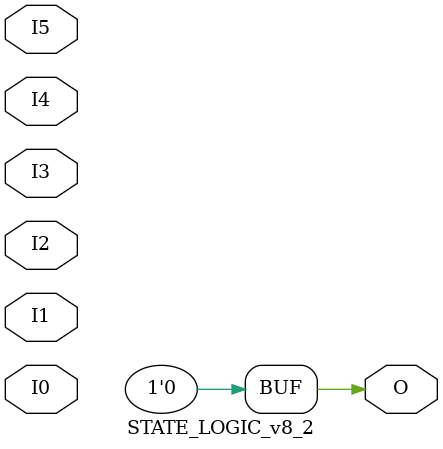
<source format=v>


module STATE_LOGIC_v8_2 ( O, I0, I1, I2, I3, I4, I5 );
  input I0, I1, I2, I3, I4, I5;
  output O;

  assign O = 1'b0;

endmodule


</source>
